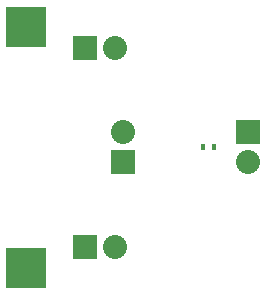
<source format=gts>
%FSLAX34Y34*%
G04 Gerber Fmt 3.4, Leading zero omitted, Abs format*
G04 (created by PCBNEW (2014-03-19 BZR 4756)-product) date Sun 06 Jul 2014 23:01:42 BST*
%MOIN*%
G01*
G70*
G90*
G04 APERTURE LIST*
%ADD10C,0.005906*%
%ADD11R,0.080000X0.080000*%
%ADD12O,0.080000X0.080000*%
%ADD13R,0.015700X0.023600*%
%ADD14R,0.133900X0.133900*%
G04 APERTURE END LIST*
G54D10*
G54D11*
X55275Y-44303D03*
G54D12*
X55275Y-45303D03*
G54D11*
X49814Y-41496D03*
G54D12*
X50814Y-41496D03*
G54D11*
X49814Y-48110D03*
G54D12*
X50814Y-48110D03*
G54D11*
X51102Y-45303D03*
G54D12*
X51102Y-44303D03*
G54D13*
X54114Y-44803D03*
X53760Y-44803D03*
G54D14*
X47874Y-40787D03*
X47874Y-48818D03*
M02*

</source>
